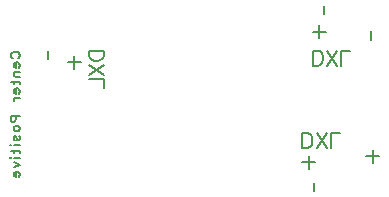
<source format=gbo>
G04 DipTrace 3.2.0.1*
G04 DynamixelMUXX3P.gbo*
%MOIN*%
G04 #@! TF.FileFunction,Legend,Bot*
G04 #@! TF.Part,Single*
%ADD36C,0.007008*%
%ADD37C,0.007*%
%FSLAX26Y26*%
G04*
G70*
G90*
G75*
G01*
G04 BotSilk*
%LPD*%
X1660103Y716978D2*
D36*
Y673923D1*
X1681602Y695423D2*
X1638547D1*
X1654381Y1111283D2*
Y1083649D1*
X461099Y1021992D2*
D37*
X458247Y1023418D1*
X455362Y1026303D1*
X453936Y1029155D1*
Y1034892D1*
X455362Y1037777D1*
X458247Y1040629D1*
X461099Y1042088D1*
X465410Y1043514D1*
X472606D1*
X476884Y1042088D1*
X479769Y1040629D1*
X482621Y1037777D1*
X484080Y1034892D1*
Y1029155D1*
X482621Y1026303D1*
X479769Y1023418D1*
X476884Y1021992D1*
X472606Y1007992D2*
Y990782D1*
X469721D1*
X466836Y992207D1*
X465410Y993633D1*
X463984Y996518D1*
Y1000830D1*
X465410Y1003681D1*
X468295Y1006566D1*
X472606Y1007992D1*
X475458D1*
X479769Y1006566D1*
X482621Y1003681D1*
X484080Y1000830D1*
Y996518D1*
X482621Y993633D1*
X479769Y990782D1*
X463984Y976782D2*
X484080D1*
X469721D2*
X465410Y972470D1*
X463984Y969585D1*
Y965308D1*
X465410Y962422D1*
X469721Y960997D1*
X484080D1*
X453936Y942686D2*
X478343D1*
X482621Y941260D1*
X484080Y938374D1*
Y935523D1*
X463984Y946997D2*
Y936949D1*
X472606Y921523D2*
Y904312D1*
X469721D1*
X466836Y905738D1*
X465410Y907164D1*
X463984Y910049D1*
Y914360D1*
X465410Y917212D1*
X468295Y920097D1*
X472606Y921523D1*
X475458D1*
X479769Y920097D1*
X482621Y917212D1*
X484080Y914360D1*
Y910049D1*
X482621Y907164D1*
X479769Y904312D1*
X463984Y890312D2*
X484080D1*
X472606D2*
X468295Y888853D1*
X465410Y886001D1*
X463984Y883116D1*
Y878805D1*
X469721Y830907D2*
Y817974D1*
X468295Y813697D1*
X466836Y812237D1*
X463984Y810811D1*
X459673D1*
X456821Y812237D1*
X455362Y813697D1*
X453936Y817974D1*
Y830907D1*
X484080D1*
X463984Y789649D2*
X465410Y792500D1*
X468295Y795386D1*
X472606Y796811D1*
X475458D1*
X479769Y795386D1*
X482621Y792500D1*
X484080Y789649D1*
Y785338D1*
X482621Y782452D1*
X479769Y779601D1*
X475458Y778141D1*
X472606D1*
X468295Y779601D1*
X465410Y782452D1*
X463984Y785338D1*
Y789649D1*
X468295Y748356D2*
X465410Y749782D1*
X463984Y754093D1*
Y758404D1*
X465410Y762715D1*
X468295Y764141D1*
X471147Y762715D1*
X472606Y759830D1*
X474032Y752667D1*
X475458Y749782D1*
X478343Y748356D1*
X479769D1*
X482621Y749782D1*
X484080Y754093D1*
Y758404D1*
X482621Y762715D1*
X479769Y764141D1*
X453936Y734356D2*
X455362Y732931D1*
X453936Y731471D1*
X452477Y732931D1*
X453936Y734356D1*
X463984Y732931D2*
X484080D1*
X453936Y713160D2*
X478343D1*
X482621Y711734D1*
X484080Y708849D1*
Y705997D1*
X463984Y717471D2*
Y707423D1*
X453936Y691997D2*
X455362Y690572D1*
X453936Y689112D1*
X452477Y690572D1*
X453936Y691997D1*
X463984Y690572D2*
X484080Y690571D1*
X463984Y675112D2*
X484080Y666490D1*
X463984Y657902D1*
X472606Y643902D2*
Y626691D1*
X469721D1*
X466836Y628117D1*
X465410Y629543D1*
X463984Y632428D1*
Y636739D1*
X465410Y639591D1*
X468295Y642476D1*
X472606Y643902D1*
X475458D1*
X479769Y642476D1*
X482621Y639590D1*
X484080Y636739D1*
Y632428D1*
X482621Y629543D1*
X479769Y626691D1*
X1447689Y696978D2*
D36*
Y653923D1*
X1469189Y675423D2*
X1426134D1*
X1482689Y1131978D2*
Y1088923D1*
X1504189Y1110423D2*
X1461134D1*
X1499381Y1196283D2*
Y1168649D1*
X1464381Y606283D2*
Y578649D1*
X1461134Y997368D2*
Y1047608D1*
X1477881D1*
X1485066Y1045176D1*
X1489875Y1040423D1*
X1492251Y1035615D1*
X1494628Y1028485D1*
Y1016491D1*
X1492251Y1009306D1*
X1489875Y1004553D1*
X1485066Y999745D1*
X1477881Y997368D1*
X1461134D1*
X1508643D2*
X1542137Y1047608D1*
Y997368D2*
X1508644Y1047608D1*
X1556152Y997368D2*
X1556153Y1047608D1*
X1584837D1*
X1426134Y722368D2*
Y772608D1*
X1442881D1*
X1450066Y770176D1*
X1454875Y765423D1*
X1457251Y760615D1*
X1459628Y753485D1*
Y741491D1*
X1457251Y734306D1*
X1454875Y729553D1*
X1450066Y724745D1*
X1442881Y722368D1*
X1426134D1*
X1473643D2*
X1507137Y772608D1*
Y722368D2*
X1473644Y772608D1*
X1521152Y722368D2*
X1521153Y772608D1*
X1549837D1*
X714233Y1047352D2*
X764473D1*
Y1030605D1*
X762041Y1023420D1*
X757288Y1018611D1*
X752480Y1016235D1*
X745350Y1013858D1*
X733356D1*
X726171Y1016235D1*
X721418Y1018611D1*
X716610Y1023420D1*
X714233Y1030605D1*
Y1047352D1*
Y999843D2*
X764473Y966349D1*
X714233D2*
X764473Y999842D1*
X714233Y952334D2*
X764473Y952333D1*
Y923649D1*
X665103Y1030633D2*
Y987578D1*
X686602Y1009078D2*
X643547D1*
X579381Y1047352D2*
Y1019717D1*
M02*

</source>
